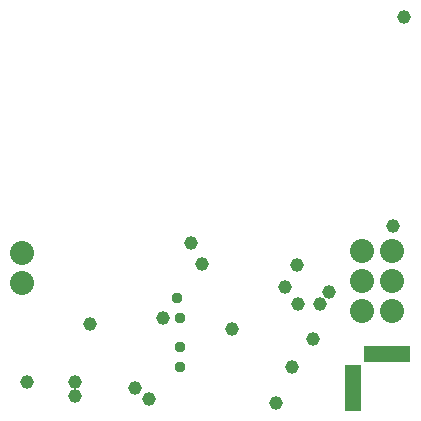
<source format=gbs>
G75*
%MOIN*%
%OFA0B0*%
%FSLAX25Y25*%
%IPPOS*%
%LPD*%
%AMOC8*
5,1,8,0,0,1.08239X$1,22.5*
%
%ADD10C,0.08000*%
%ADD11R,0.05600X0.05600*%
%ADD12C,0.04562*%
%ADD13C,0.03775*%
D10*
X0007102Y0051425D03*
X0007102Y0061425D03*
X0120488Y0062016D03*
X0130488Y0062016D03*
X0130488Y0051976D03*
X0120488Y0051976D03*
X0120488Y0041937D03*
X0130488Y0041937D03*
D11*
X0128756Y0027764D03*
X0123756Y0027764D03*
X0117535Y0021543D03*
X0117535Y0016543D03*
X0117535Y0011543D03*
X0133756Y0027764D03*
D12*
X0008874Y0018512D03*
X0024622Y0018512D03*
X0024622Y0013591D03*
X0044898Y0016346D03*
X0049425Y0012803D03*
X0029740Y0037803D03*
X0054150Y0039575D03*
X0066945Y0057882D03*
X0063402Y0064575D03*
X0077181Y0036031D03*
X0094898Y0050205D03*
X0099031Y0044299D03*
X0106315Y0044299D03*
X0109268Y0048433D03*
X0098638Y0057488D03*
X0103953Y0032882D03*
X0097063Y0023236D03*
X0091748Y0011425D03*
X0130921Y0070480D03*
X0134465Y0140165D03*
D13*
X0058874Y0046465D03*
X0059858Y0039575D03*
X0059858Y0029929D03*
X0059858Y0023236D03*
M02*

</source>
